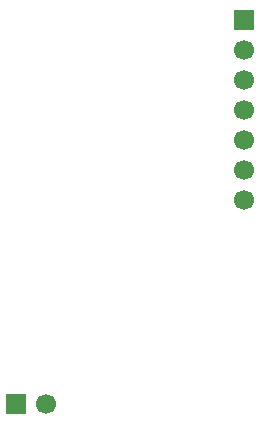
<source format=gbr>
%TF.GenerationSoftware,KiCad,Pcbnew,9.0.4*%
%TF.CreationDate,2025-10-02T13:36:02-04:00*%
%TF.ProjectId,MPPT-dev,4d505054-2d64-4657-962e-6b696361645f,rev?*%
%TF.SameCoordinates,Original*%
%TF.FileFunction,Soldermask,Bot*%
%TF.FilePolarity,Negative*%
%FSLAX46Y46*%
G04 Gerber Fmt 4.6, Leading zero omitted, Abs format (unit mm)*
G04 Created by KiCad (PCBNEW 9.0.4) date 2025-10-02 13:36:02*
%MOMM*%
%LPD*%
G01*
G04 APERTURE LIST*
%ADD10R,1.700000X1.700000*%
%ADD11C,1.700000*%
G04 APERTURE END LIST*
D10*
%TO.C,J3*%
X159004000Y-83312000D03*
D11*
X159004000Y-85852000D03*
X159004000Y-88392000D03*
X159004000Y-90932000D03*
X159004000Y-93472000D03*
X159004000Y-96012000D03*
X159004000Y-98552000D03*
%TD*%
D10*
%TO.C,J2*%
X139695000Y-115798600D03*
D11*
X142235000Y-115798600D03*
%TD*%
M02*

</source>
